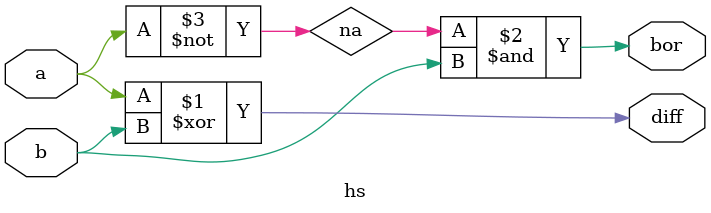
<source format=v>
`timescale 1ns / 1ps
module hs(output diff,bor,input a,b); 
wire na; 
not n1(na,a); 
xor s1(diff,a,b); 
and s2(bor,na,b); 
endmodule
</source>
